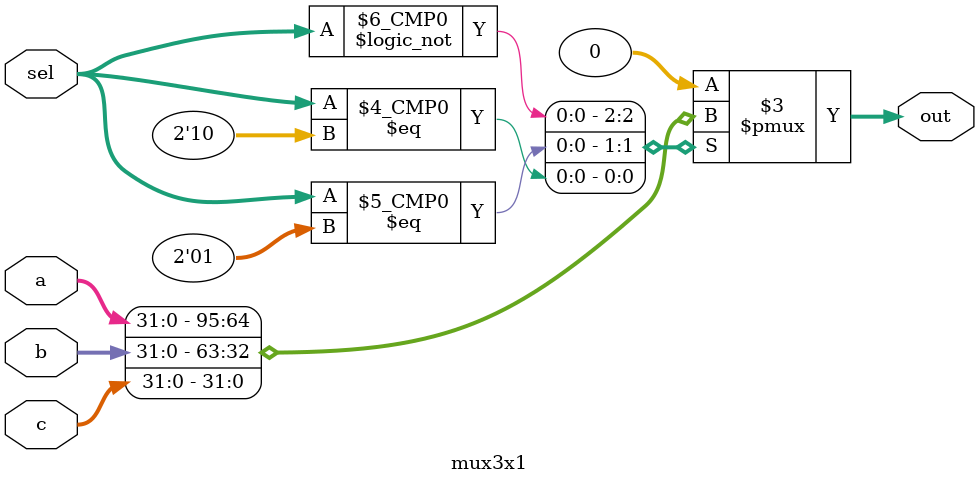
<source format=v>
module mux_fetch(a, b, s, c);
    input [31:0] a, b;
    input s;
    output [31:0] c;

    assign c = (~s) ? a : b;
endmodule

module mux1(A, B, sel1, out);
    input sel1;
    input [31:0] A, B;
    output [31:0] out;

    assign out = (sel1==1'b0) ? A : B;

endmodule

module mux2(A2, B2, sel2, out2);
    input sel2;
    input [31:0] A2, B2;
    output [31:0] out2;

    assign out2 = (sel2==1'b0) ? A2 : B2;

endmodule

module muxJump(A, B, sel, out);
    input [31:0] A, B;
    input sel;
    output [31:0] out;

    assign out = (sel==1'b0) ? A : B;

endmodule

module muxSelect_Register(A, B, sel1, out);
    input sel1;
    input [4:0] A, B;
    output [4:0] out;

    assign out = (sel1==1'b0) ? A : B;

endmodule

module and_logic(branch, zero, and_out);
    input branch, zero;
    output and_out;

    assign and_out = branch & zero;

endmodule

module adder_with_shift(in1, in2, out_adder);
    input [31:0] in1, in2;
    output [31:0] out_adder;

    assign out_adder = in1 + (in2 << 2);

endmodule

module concatBits(in1, in2, out1);
    input [25:0] in1;
    input [3:0] in2;
    output [31:0] out1;

    //wire [27:0] aux;

    //assign aux = in1 << 2;

    assign out1 = {in2, (in1 << 2)};

endmodule


module mux3x1(a, b, c, sel, out);
    input [31:0] a, b, c;
    input [1:0] sel;
    output reg [31:0] out;

    always@(*)begin

        case(sel)
            2'b00: out = a;
            2'b01: out = b;
            2'b10: out = c;
            default: out = 32'b0; // Caso padrão (não esperado)
        endcase


    end

endmodule
</source>
